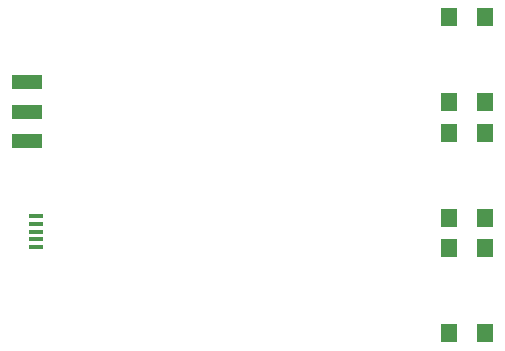
<source format=gbr>
G04 #@! TF.GenerationSoftware,KiCad,Pcbnew,(5.1.5)-2*
G04 #@! TF.CreationDate,2020-03-24T14:33:53+08:00*
G04 #@! TF.ProjectId,EV Meter,4556204d-6574-4657-922e-6b696361645f,rev?*
G04 #@! TF.SameCoordinates,Original*
G04 #@! TF.FileFunction,Paste,Top*
G04 #@! TF.FilePolarity,Positive*
%FSLAX46Y46*%
G04 Gerber Fmt 4.6, Leading zero omitted, Abs format (unit mm)*
G04 Created by KiCad (PCBNEW (5.1.5)-2) date 2020-03-24 14:33:53*
%MOMM*%
%LPD*%
G04 APERTURE LIST*
%ADD10R,2.500000X1.250000*%
%ADD11R,1.400000X1.600000*%
%ADD12R,1.300000X0.450000*%
G04 APERTURE END LIST*
D10*
X116450000Y-116400000D03*
X116450000Y-113900000D03*
X116450000Y-111400000D03*
D11*
X152216400Y-125467600D03*
X152216400Y-132667600D03*
X155216400Y-125467600D03*
X155216400Y-132667600D03*
X152216400Y-115701300D03*
X152216400Y-122901300D03*
X155216400Y-115701300D03*
X155216400Y-122901300D03*
X152216400Y-105935000D03*
X152216400Y-113135000D03*
X155216400Y-105935000D03*
X155216400Y-113135000D03*
D12*
X117200000Y-125379000D03*
X117200000Y-124729000D03*
X117200000Y-124079000D03*
X117200000Y-123429000D03*
X117200000Y-122779000D03*
M02*

</source>
